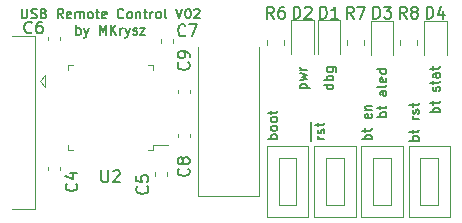
<source format=gto>
G04 #@! TF.GenerationSoftware,KiCad,Pcbnew,(5.1.10)-1*
G04 #@! TF.CreationDate,2022-05-27T15:53:32+02:00*
G04 #@! TF.ProjectId,USB_RemoteControl_schematic,5553425f-5265-46d6-9f74-65436f6e7472,1*
G04 #@! TF.SameCoordinates,Original*
G04 #@! TF.FileFunction,Legend,Top*
G04 #@! TF.FilePolarity,Positive*
%FSLAX46Y46*%
G04 Gerber Fmt 4.6, Leading zero omitted, Abs format (unit mm)*
G04 Created by KiCad (PCBNEW (5.1.10)-1) date 2022-05-27 15:53:32*
%MOMM*%
%LPD*%
G01*
G04 APERTURE LIST*
%ADD10C,0.152400*%
%ADD11C,0.120000*%
%ADD12C,0.150000*%
%ADD13C,3.500000*%
%ADD14C,1.524000*%
%ADD15R,1.524000X1.524000*%
%ADD16R,2.000000X4.500000*%
%ADD17R,0.600000X1.500000*%
%ADD18O,1.700000X1.700000*%
%ADD19R,1.700000X1.700000*%
G04 APERTURE END LIST*
D10*
X106471923Y-115369095D02*
X106471923Y-116027076D01*
X106510628Y-116104485D01*
X106549333Y-116143190D01*
X106626742Y-116181895D01*
X106781561Y-116181895D01*
X106858971Y-116143190D01*
X106897676Y-116104485D01*
X106936380Y-116027076D01*
X106936380Y-115369095D01*
X107284723Y-116143190D02*
X107400838Y-116181895D01*
X107594361Y-116181895D01*
X107671771Y-116143190D01*
X107710476Y-116104485D01*
X107749180Y-116027076D01*
X107749180Y-115949666D01*
X107710476Y-115872257D01*
X107671771Y-115833552D01*
X107594361Y-115794847D01*
X107439542Y-115756142D01*
X107362133Y-115717438D01*
X107323428Y-115678733D01*
X107284723Y-115601323D01*
X107284723Y-115523914D01*
X107323428Y-115446504D01*
X107362133Y-115407800D01*
X107439542Y-115369095D01*
X107633066Y-115369095D01*
X107749180Y-115407800D01*
X108368457Y-115756142D02*
X108484571Y-115794847D01*
X108523276Y-115833552D01*
X108561980Y-115910961D01*
X108561980Y-116027076D01*
X108523276Y-116104485D01*
X108484571Y-116143190D01*
X108407161Y-116181895D01*
X108097523Y-116181895D01*
X108097523Y-115369095D01*
X108368457Y-115369095D01*
X108445866Y-115407800D01*
X108484571Y-115446504D01*
X108523276Y-115523914D01*
X108523276Y-115601323D01*
X108484571Y-115678733D01*
X108445866Y-115717438D01*
X108368457Y-115756142D01*
X108097523Y-115756142D01*
X109994057Y-116181895D02*
X109723123Y-115794847D01*
X109529600Y-116181895D02*
X109529600Y-115369095D01*
X109839238Y-115369095D01*
X109916647Y-115407800D01*
X109955352Y-115446504D01*
X109994057Y-115523914D01*
X109994057Y-115640028D01*
X109955352Y-115717438D01*
X109916647Y-115756142D01*
X109839238Y-115794847D01*
X109529600Y-115794847D01*
X110652038Y-116143190D02*
X110574628Y-116181895D01*
X110419809Y-116181895D01*
X110342400Y-116143190D01*
X110303695Y-116065780D01*
X110303695Y-115756142D01*
X110342400Y-115678733D01*
X110419809Y-115640028D01*
X110574628Y-115640028D01*
X110652038Y-115678733D01*
X110690742Y-115756142D01*
X110690742Y-115833552D01*
X110303695Y-115910961D01*
X111039085Y-116181895D02*
X111039085Y-115640028D01*
X111039085Y-115717438D02*
X111077790Y-115678733D01*
X111155200Y-115640028D01*
X111271314Y-115640028D01*
X111348723Y-115678733D01*
X111387428Y-115756142D01*
X111387428Y-116181895D01*
X111387428Y-115756142D02*
X111426133Y-115678733D01*
X111503542Y-115640028D01*
X111619657Y-115640028D01*
X111697066Y-115678733D01*
X111735771Y-115756142D01*
X111735771Y-116181895D01*
X112238933Y-116181895D02*
X112161523Y-116143190D01*
X112122819Y-116104485D01*
X112084114Y-116027076D01*
X112084114Y-115794847D01*
X112122819Y-115717438D01*
X112161523Y-115678733D01*
X112238933Y-115640028D01*
X112355047Y-115640028D01*
X112432457Y-115678733D01*
X112471161Y-115717438D01*
X112509866Y-115794847D01*
X112509866Y-116027076D01*
X112471161Y-116104485D01*
X112432457Y-116143190D01*
X112355047Y-116181895D01*
X112238933Y-116181895D01*
X112742095Y-115640028D02*
X113051733Y-115640028D01*
X112858209Y-115369095D02*
X112858209Y-116065780D01*
X112896914Y-116143190D01*
X112974323Y-116181895D01*
X113051733Y-116181895D01*
X113632304Y-116143190D02*
X113554895Y-116181895D01*
X113400076Y-116181895D01*
X113322666Y-116143190D01*
X113283961Y-116065780D01*
X113283961Y-115756142D01*
X113322666Y-115678733D01*
X113400076Y-115640028D01*
X113554895Y-115640028D01*
X113632304Y-115678733D01*
X113671009Y-115756142D01*
X113671009Y-115833552D01*
X113283961Y-115910961D01*
X115103085Y-116104485D02*
X115064380Y-116143190D01*
X114948266Y-116181895D01*
X114870857Y-116181895D01*
X114754742Y-116143190D01*
X114677333Y-116065780D01*
X114638628Y-115988371D01*
X114599923Y-115833552D01*
X114599923Y-115717438D01*
X114638628Y-115562619D01*
X114677333Y-115485209D01*
X114754742Y-115407800D01*
X114870857Y-115369095D01*
X114948266Y-115369095D01*
X115064380Y-115407800D01*
X115103085Y-115446504D01*
X115567542Y-116181895D02*
X115490133Y-116143190D01*
X115451428Y-116104485D01*
X115412723Y-116027076D01*
X115412723Y-115794847D01*
X115451428Y-115717438D01*
X115490133Y-115678733D01*
X115567542Y-115640028D01*
X115683657Y-115640028D01*
X115761066Y-115678733D01*
X115799771Y-115717438D01*
X115838476Y-115794847D01*
X115838476Y-116027076D01*
X115799771Y-116104485D01*
X115761066Y-116143190D01*
X115683657Y-116181895D01*
X115567542Y-116181895D01*
X116186819Y-115640028D02*
X116186819Y-116181895D01*
X116186819Y-115717438D02*
X116225523Y-115678733D01*
X116302933Y-115640028D01*
X116419047Y-115640028D01*
X116496457Y-115678733D01*
X116535161Y-115756142D01*
X116535161Y-116181895D01*
X116806095Y-115640028D02*
X117115733Y-115640028D01*
X116922209Y-115369095D02*
X116922209Y-116065780D01*
X116960914Y-116143190D01*
X117038323Y-116181895D01*
X117115733Y-116181895D01*
X117386666Y-116181895D02*
X117386666Y-115640028D01*
X117386666Y-115794847D02*
X117425371Y-115717438D01*
X117464076Y-115678733D01*
X117541485Y-115640028D01*
X117618895Y-115640028D01*
X118005942Y-116181895D02*
X117928533Y-116143190D01*
X117889828Y-116104485D01*
X117851123Y-116027076D01*
X117851123Y-115794847D01*
X117889828Y-115717438D01*
X117928533Y-115678733D01*
X118005942Y-115640028D01*
X118122057Y-115640028D01*
X118199466Y-115678733D01*
X118238171Y-115717438D01*
X118276876Y-115794847D01*
X118276876Y-116027076D01*
X118238171Y-116104485D01*
X118199466Y-116143190D01*
X118122057Y-116181895D01*
X118005942Y-116181895D01*
X118741333Y-116181895D02*
X118663923Y-116143190D01*
X118625219Y-116065780D01*
X118625219Y-115369095D01*
X119554133Y-115369095D02*
X119825066Y-116181895D01*
X120096000Y-115369095D01*
X120521752Y-115369095D02*
X120599161Y-115369095D01*
X120676571Y-115407800D01*
X120715276Y-115446504D01*
X120753980Y-115523914D01*
X120792685Y-115678733D01*
X120792685Y-115872257D01*
X120753980Y-116027076D01*
X120715276Y-116104485D01*
X120676571Y-116143190D01*
X120599161Y-116181895D01*
X120521752Y-116181895D01*
X120444342Y-116143190D01*
X120405638Y-116104485D01*
X120366933Y-116027076D01*
X120328228Y-115872257D01*
X120328228Y-115678733D01*
X120366933Y-115523914D01*
X120405638Y-115446504D01*
X120444342Y-115407800D01*
X120521752Y-115369095D01*
X121102323Y-115446504D02*
X121141028Y-115407800D01*
X121218438Y-115369095D01*
X121411961Y-115369095D01*
X121489371Y-115407800D01*
X121528076Y-115446504D01*
X121566780Y-115523914D01*
X121566780Y-115601323D01*
X121528076Y-115717438D01*
X121063619Y-116181895D01*
X121566780Y-116181895D01*
X111116495Y-117553495D02*
X111116495Y-116740695D01*
X111116495Y-117050333D02*
X111193904Y-117011628D01*
X111348723Y-117011628D01*
X111426133Y-117050333D01*
X111464838Y-117089038D01*
X111503542Y-117166447D01*
X111503542Y-117398676D01*
X111464838Y-117476085D01*
X111426133Y-117514790D01*
X111348723Y-117553495D01*
X111193904Y-117553495D01*
X111116495Y-117514790D01*
X111774476Y-117011628D02*
X111968000Y-117553495D01*
X112161523Y-117011628D02*
X111968000Y-117553495D01*
X111890590Y-117747019D01*
X111851885Y-117785723D01*
X111774476Y-117824428D01*
X113090438Y-117553495D02*
X113090438Y-116740695D01*
X113361371Y-117321266D01*
X113632304Y-116740695D01*
X113632304Y-117553495D01*
X114019352Y-117553495D02*
X114019352Y-116740695D01*
X114483809Y-117553495D02*
X114135466Y-117089038D01*
X114483809Y-116740695D02*
X114019352Y-117205152D01*
X114832152Y-117553495D02*
X114832152Y-117011628D01*
X114832152Y-117166447D02*
X114870857Y-117089038D01*
X114909561Y-117050333D01*
X114986971Y-117011628D01*
X115064380Y-117011628D01*
X115257904Y-117011628D02*
X115451428Y-117553495D01*
X115644952Y-117011628D02*
X115451428Y-117553495D01*
X115374019Y-117747019D01*
X115335314Y-117785723D01*
X115257904Y-117824428D01*
X115915885Y-117514790D02*
X115993295Y-117553495D01*
X116148114Y-117553495D01*
X116225523Y-117514790D01*
X116264228Y-117437380D01*
X116264228Y-117398676D01*
X116225523Y-117321266D01*
X116148114Y-117282561D01*
X116032000Y-117282561D01*
X115954590Y-117243857D01*
X115915885Y-117166447D01*
X115915885Y-117127742D01*
X115954590Y-117050333D01*
X116032000Y-117011628D01*
X116148114Y-117011628D01*
X116225523Y-117050333D01*
X116535161Y-117011628D02*
X116960914Y-117011628D01*
X116535161Y-117553495D01*
X116960914Y-117553495D01*
X130075828Y-122101504D02*
X130888628Y-122101504D01*
X130114533Y-122101504D02*
X130075828Y-122024095D01*
X130075828Y-121869276D01*
X130114533Y-121791866D01*
X130153238Y-121753161D01*
X130230647Y-121714457D01*
X130462876Y-121714457D01*
X130540285Y-121753161D01*
X130578990Y-121791866D01*
X130617695Y-121869276D01*
X130617695Y-122024095D01*
X130578990Y-122101504D01*
X130075828Y-121443523D02*
X130617695Y-121288704D01*
X130230647Y-121133885D01*
X130617695Y-120979066D01*
X130075828Y-120824247D01*
X130617695Y-120514609D02*
X130075828Y-120514609D01*
X130230647Y-120514609D02*
X130153238Y-120475904D01*
X130114533Y-120437200D01*
X130075828Y-120359790D01*
X130075828Y-120282380D01*
X132867695Y-121811219D02*
X132054895Y-121811219D01*
X132828990Y-121811219D02*
X132867695Y-121888628D01*
X132867695Y-122043447D01*
X132828990Y-122120857D01*
X132790285Y-122159561D01*
X132712876Y-122198266D01*
X132480647Y-122198266D01*
X132403238Y-122159561D01*
X132364533Y-122120857D01*
X132325828Y-122043447D01*
X132325828Y-121888628D01*
X132364533Y-121811219D01*
X132867695Y-121424171D02*
X132054895Y-121424171D01*
X132364533Y-121424171D02*
X132325828Y-121346761D01*
X132325828Y-121191942D01*
X132364533Y-121114533D01*
X132403238Y-121075828D01*
X132480647Y-121037123D01*
X132712876Y-121037123D01*
X132790285Y-121075828D01*
X132828990Y-121114533D01*
X132867695Y-121191942D01*
X132867695Y-121346761D01*
X132828990Y-121424171D01*
X132325828Y-120340438D02*
X132983809Y-120340438D01*
X133061219Y-120379142D01*
X133099923Y-120417847D01*
X133138628Y-120495257D01*
X133138628Y-120611371D01*
X133099923Y-120688780D01*
X132828990Y-120340438D02*
X132867695Y-120417847D01*
X132867695Y-120572666D01*
X132828990Y-120650076D01*
X132790285Y-120688780D01*
X132712876Y-120727485D01*
X132480647Y-120727485D01*
X132403238Y-120688780D01*
X132364533Y-120650076D01*
X132325828Y-120572666D01*
X132325828Y-120417847D01*
X132364533Y-120340438D01*
X137367695Y-124512647D02*
X136554895Y-124512647D01*
X136864533Y-124512647D02*
X136825828Y-124435238D01*
X136825828Y-124280419D01*
X136864533Y-124203009D01*
X136903238Y-124164304D01*
X136980647Y-124125600D01*
X137212876Y-124125600D01*
X137290285Y-124164304D01*
X137328990Y-124203009D01*
X137367695Y-124280419D01*
X137367695Y-124435238D01*
X137328990Y-124512647D01*
X136825828Y-123893371D02*
X136825828Y-123583733D01*
X136554895Y-123777257D02*
X137251580Y-123777257D01*
X137328990Y-123738552D01*
X137367695Y-123661142D01*
X137367695Y-123583733D01*
X137367695Y-122345180D02*
X136941942Y-122345180D01*
X136864533Y-122383885D01*
X136825828Y-122461295D01*
X136825828Y-122616114D01*
X136864533Y-122693523D01*
X137328990Y-122345180D02*
X137367695Y-122422590D01*
X137367695Y-122616114D01*
X137328990Y-122693523D01*
X137251580Y-122732228D01*
X137174171Y-122732228D01*
X137096761Y-122693523D01*
X137058057Y-122616114D01*
X137058057Y-122422590D01*
X137019352Y-122345180D01*
X137367695Y-121842019D02*
X137328990Y-121919428D01*
X137251580Y-121958133D01*
X136554895Y-121958133D01*
X137328990Y-121222742D02*
X137367695Y-121300152D01*
X137367695Y-121454971D01*
X137328990Y-121532380D01*
X137251580Y-121571085D01*
X136941942Y-121571085D01*
X136864533Y-121532380D01*
X136825828Y-121454971D01*
X136825828Y-121300152D01*
X136864533Y-121222742D01*
X136941942Y-121184038D01*
X137019352Y-121184038D01*
X137096761Y-121571085D01*
X137367695Y-120487352D02*
X136554895Y-120487352D01*
X137328990Y-120487352D02*
X137367695Y-120564761D01*
X137367695Y-120719580D01*
X137328990Y-120796990D01*
X137290285Y-120835695D01*
X137212876Y-120874400D01*
X136980647Y-120874400D01*
X136903238Y-120835695D01*
X136864533Y-120796990D01*
X136825828Y-120719580D01*
X136825828Y-120564761D01*
X136864533Y-120487352D01*
X141867695Y-124127180D02*
X141054895Y-124127180D01*
X141364533Y-124127180D02*
X141325828Y-124049771D01*
X141325828Y-123894952D01*
X141364533Y-123817542D01*
X141403238Y-123778838D01*
X141480647Y-123740133D01*
X141712876Y-123740133D01*
X141790285Y-123778838D01*
X141828990Y-123817542D01*
X141867695Y-123894952D01*
X141867695Y-124049771D01*
X141828990Y-124127180D01*
X141325828Y-123507904D02*
X141325828Y-123198266D01*
X141054895Y-123391790D02*
X141751580Y-123391790D01*
X141828990Y-123353085D01*
X141867695Y-123275676D01*
X141867695Y-123198266D01*
X141828990Y-122346761D02*
X141867695Y-122269352D01*
X141867695Y-122114533D01*
X141828990Y-122037123D01*
X141751580Y-121998419D01*
X141712876Y-121998419D01*
X141635466Y-122037123D01*
X141596761Y-122114533D01*
X141596761Y-122230647D01*
X141558057Y-122308057D01*
X141480647Y-122346761D01*
X141441942Y-122346761D01*
X141364533Y-122308057D01*
X141325828Y-122230647D01*
X141325828Y-122114533D01*
X141364533Y-122037123D01*
X141325828Y-121766190D02*
X141325828Y-121456552D01*
X141054895Y-121650076D02*
X141751580Y-121650076D01*
X141828990Y-121611371D01*
X141867695Y-121533961D01*
X141867695Y-121456552D01*
X141867695Y-120837276D02*
X141441942Y-120837276D01*
X141364533Y-120875980D01*
X141325828Y-120953390D01*
X141325828Y-121108209D01*
X141364533Y-121185619D01*
X141828990Y-120837276D02*
X141867695Y-120914685D01*
X141867695Y-121108209D01*
X141828990Y-121185619D01*
X141751580Y-121224323D01*
X141674171Y-121224323D01*
X141596761Y-121185619D01*
X141558057Y-121108209D01*
X141558057Y-120914685D01*
X141519352Y-120837276D01*
X141325828Y-120566342D02*
X141325828Y-120256704D01*
X141054895Y-120450228D02*
X141751580Y-120450228D01*
X141828990Y-120411523D01*
X141867695Y-120334114D01*
X141867695Y-120256704D01*
X140117695Y-126528838D02*
X139304895Y-126528838D01*
X139614533Y-126528838D02*
X139575828Y-126451428D01*
X139575828Y-126296609D01*
X139614533Y-126219200D01*
X139653238Y-126180495D01*
X139730647Y-126141790D01*
X139962876Y-126141790D01*
X140040285Y-126180495D01*
X140078990Y-126219200D01*
X140117695Y-126296609D01*
X140117695Y-126451428D01*
X140078990Y-126528838D01*
X139575828Y-125909561D02*
X139575828Y-125599923D01*
X139304895Y-125793447D02*
X140001580Y-125793447D01*
X140078990Y-125754742D01*
X140117695Y-125677333D01*
X140117695Y-125599923D01*
X140117695Y-124709714D02*
X139575828Y-124709714D01*
X139730647Y-124709714D02*
X139653238Y-124671009D01*
X139614533Y-124632304D01*
X139575828Y-124554895D01*
X139575828Y-124477485D01*
X140078990Y-124245257D02*
X140117695Y-124167847D01*
X140117695Y-124013028D01*
X140078990Y-123935619D01*
X140001580Y-123896914D01*
X139962876Y-123896914D01*
X139885466Y-123935619D01*
X139846761Y-124013028D01*
X139846761Y-124129142D01*
X139808057Y-124206552D01*
X139730647Y-124245257D01*
X139691942Y-124245257D01*
X139614533Y-124206552D01*
X139575828Y-124129142D01*
X139575828Y-124013028D01*
X139614533Y-123935619D01*
X139575828Y-123664685D02*
X139575828Y-123355047D01*
X139304895Y-123548571D02*
X140001580Y-123548571D01*
X140078990Y-123509866D01*
X140117695Y-123432457D01*
X140117695Y-123355047D01*
X136117695Y-126432076D02*
X135304895Y-126432076D01*
X135614533Y-126432076D02*
X135575828Y-126354666D01*
X135575828Y-126199847D01*
X135614533Y-126122438D01*
X135653238Y-126083733D01*
X135730647Y-126045028D01*
X135962876Y-126045028D01*
X136040285Y-126083733D01*
X136078990Y-126122438D01*
X136117695Y-126199847D01*
X136117695Y-126354666D01*
X136078990Y-126432076D01*
X135575828Y-125812800D02*
X135575828Y-125503161D01*
X135304895Y-125696685D02*
X136001580Y-125696685D01*
X136078990Y-125657980D01*
X136117695Y-125580571D01*
X136117695Y-125503161D01*
X136078990Y-124303314D02*
X136117695Y-124380723D01*
X136117695Y-124535542D01*
X136078990Y-124612952D01*
X136001580Y-124651657D01*
X135691942Y-124651657D01*
X135614533Y-124612952D01*
X135575828Y-124535542D01*
X135575828Y-124380723D01*
X135614533Y-124303314D01*
X135691942Y-124264609D01*
X135769352Y-124264609D01*
X135846761Y-124651657D01*
X135575828Y-123916266D02*
X136117695Y-123916266D01*
X135653238Y-123916266D02*
X135614533Y-123877561D01*
X135575828Y-123800152D01*
X135575828Y-123684038D01*
X135614533Y-123606628D01*
X135691942Y-123567923D01*
X136117695Y-123567923D01*
X130966664Y-126562800D02*
X130966664Y-126059638D01*
X132117695Y-126369276D02*
X131575828Y-126369276D01*
X131730647Y-126369276D02*
X131653238Y-126330571D01*
X131614533Y-126291866D01*
X131575828Y-126214457D01*
X131575828Y-126137047D01*
X130966664Y-126059638D02*
X130966664Y-125401657D01*
X132078990Y-125904819D02*
X132117695Y-125827409D01*
X132117695Y-125672590D01*
X132078990Y-125595180D01*
X132001580Y-125556476D01*
X131962876Y-125556476D01*
X131885466Y-125595180D01*
X131846761Y-125672590D01*
X131846761Y-125788704D01*
X131808057Y-125866114D01*
X131730647Y-125904819D01*
X131691942Y-125904819D01*
X131614533Y-125866114D01*
X131575828Y-125788704D01*
X131575828Y-125672590D01*
X131614533Y-125595180D01*
X130966664Y-125401657D02*
X130966664Y-124937200D01*
X131575828Y-125324247D02*
X131575828Y-125014609D01*
X131304895Y-125208133D02*
X132001580Y-125208133D01*
X132078990Y-125169428D01*
X132117695Y-125092019D01*
X132117695Y-125014609D01*
X128117695Y-126391790D02*
X127304895Y-126391790D01*
X127614533Y-126391790D02*
X127575828Y-126314380D01*
X127575828Y-126159561D01*
X127614533Y-126082152D01*
X127653238Y-126043447D01*
X127730647Y-126004742D01*
X127962876Y-126004742D01*
X128040285Y-126043447D01*
X128078990Y-126082152D01*
X128117695Y-126159561D01*
X128117695Y-126314380D01*
X128078990Y-126391790D01*
X128117695Y-125540285D02*
X128078990Y-125617695D01*
X128040285Y-125656400D01*
X127962876Y-125695104D01*
X127730647Y-125695104D01*
X127653238Y-125656400D01*
X127614533Y-125617695D01*
X127575828Y-125540285D01*
X127575828Y-125424171D01*
X127614533Y-125346761D01*
X127653238Y-125308057D01*
X127730647Y-125269352D01*
X127962876Y-125269352D01*
X128040285Y-125308057D01*
X128078990Y-125346761D01*
X128117695Y-125424171D01*
X128117695Y-125540285D01*
X128117695Y-124804895D02*
X128078990Y-124882304D01*
X128040285Y-124921009D01*
X127962876Y-124959714D01*
X127730647Y-124959714D01*
X127653238Y-124921009D01*
X127614533Y-124882304D01*
X127575828Y-124804895D01*
X127575828Y-124688780D01*
X127614533Y-124611371D01*
X127653238Y-124572666D01*
X127730647Y-124533961D01*
X127962876Y-124533961D01*
X128040285Y-124572666D01*
X128078990Y-124611371D01*
X128117695Y-124688780D01*
X128117695Y-124804895D01*
X127575828Y-124301733D02*
X127575828Y-123992095D01*
X127304895Y-124185619D02*
X128001580Y-124185619D01*
X128078990Y-124146914D01*
X128117695Y-124069504D01*
X128117695Y-123992095D01*
D11*
X108500000Y-122000000D02*
X108500000Y-121000000D01*
X107620000Y-117640000D02*
X107620000Y-132360000D01*
X107620000Y-117640000D02*
X105640000Y-117640000D01*
X105640000Y-132360000D02*
X107620000Y-132360000D01*
X108500000Y-121000000D02*
X108000000Y-121500000D01*
X108000000Y-121500000D02*
X108500000Y-122000000D01*
X140540000Y-116415000D02*
X140540000Y-119275000D01*
X142460000Y-116415000D02*
X140540000Y-116415000D01*
X142460000Y-119275000D02*
X142460000Y-116415000D01*
X136040000Y-116415000D02*
X136040000Y-119275000D01*
X137960000Y-116415000D02*
X136040000Y-116415000D01*
X137960000Y-119275000D02*
X137960000Y-116415000D01*
X129290000Y-116365000D02*
X129290000Y-119225000D01*
X131210000Y-116365000D02*
X129290000Y-116365000D01*
X131210000Y-119225000D02*
X131210000Y-116365000D01*
X131540000Y-116365000D02*
X131540000Y-119225000D01*
X133460000Y-116365000D02*
X131540000Y-116365000D01*
X133460000Y-119225000D02*
X133460000Y-116365000D01*
X119260000Y-118258768D02*
X119260000Y-117966234D01*
X118240000Y-118258768D02*
X118240000Y-117966234D01*
X109760000Y-118033766D02*
X109760000Y-117741232D01*
X108740000Y-118033766D02*
X108740000Y-117741232D01*
X117740000Y-129216234D02*
X117740000Y-129508768D01*
X118760000Y-129216234D02*
X118760000Y-129508768D01*
X108740000Y-128741232D02*
X108740000Y-129033766D01*
X109760000Y-128741232D02*
X109760000Y-129033766D01*
X126550000Y-131200000D02*
X126550000Y-118600000D01*
X121450000Y-131200000D02*
X126550000Y-131200000D01*
X121450000Y-118600000D02*
X121450000Y-131200000D01*
X117610000Y-126910000D02*
X118900000Y-126910000D01*
X117610000Y-127360000D02*
X117610000Y-126910000D01*
X117160000Y-127360000D02*
X117610000Y-127360000D01*
X110390000Y-127360000D02*
X110390000Y-126910000D01*
X110840000Y-127360000D02*
X110390000Y-127360000D01*
X117610000Y-120140000D02*
X117610000Y-120590000D01*
X117160000Y-120140000D02*
X117610000Y-120140000D01*
X110390000Y-120140000D02*
X110390000Y-120590000D01*
X110840000Y-120140000D02*
X110390000Y-120140000D01*
X139250000Y-127000000D02*
X139250000Y-133000000D01*
X139250000Y-133000000D02*
X142750000Y-133000000D01*
X142750000Y-133000000D02*
X142750000Y-127000000D01*
X142750000Y-127000000D02*
X139250000Y-127000000D01*
X140250000Y-128000000D02*
X140250000Y-132000000D01*
X140250000Y-132000000D02*
X141750000Y-132000000D01*
X141750000Y-132000000D02*
X141750000Y-128000000D01*
X141750000Y-128000000D02*
X140250000Y-128000000D01*
X135250000Y-127000000D02*
X135250000Y-133000000D01*
X135250000Y-133000000D02*
X138750000Y-133000000D01*
X138750000Y-133000000D02*
X138750000Y-127000000D01*
X138750000Y-127000000D02*
X135250000Y-127000000D01*
X136250000Y-128000000D02*
X136250000Y-132000000D01*
X136250000Y-132000000D02*
X137750000Y-132000000D01*
X137750000Y-132000000D02*
X137750000Y-128000000D01*
X137750000Y-128000000D02*
X136250000Y-128000000D01*
X130750000Y-133000000D02*
X130750000Y-127000000D01*
X130750000Y-127000000D02*
X127250000Y-127000000D01*
X127250000Y-127000000D02*
X127250000Y-133000000D01*
X127250000Y-133000000D02*
X130750000Y-133000000D01*
X129750000Y-132000000D02*
X129750000Y-128000000D01*
X129750000Y-128000000D02*
X128250000Y-128000000D01*
X128250000Y-128000000D02*
X128250000Y-132000000D01*
X128250000Y-132000000D02*
X129750000Y-132000000D01*
X131250000Y-127000000D02*
X131250000Y-133000000D01*
X131250000Y-133000000D02*
X134750000Y-133000000D01*
X134750000Y-133000000D02*
X134750000Y-127000000D01*
X134750000Y-127000000D02*
X131250000Y-127000000D01*
X132250000Y-128000000D02*
X132250000Y-132000000D01*
X132250000Y-132000000D02*
X133750000Y-132000000D01*
X133750000Y-132000000D02*
X133750000Y-128000000D01*
X133750000Y-128000000D02*
X132250000Y-128000000D01*
X138515000Y-118022936D02*
X138515000Y-118477064D01*
X139985000Y-118022936D02*
X139985000Y-118477064D01*
X134015000Y-118022936D02*
X134015000Y-118477064D01*
X135485000Y-118022936D02*
X135485000Y-118477064D01*
X127265000Y-118022936D02*
X127265000Y-118477064D01*
X128735000Y-118022936D02*
X128735000Y-118477064D01*
X120760000Y-122508768D02*
X120760000Y-122216234D01*
X119740000Y-122508768D02*
X119740000Y-122216234D01*
X119740000Y-125966233D02*
X119740000Y-126258767D01*
X120760000Y-125966233D02*
X120760000Y-126258767D01*
D12*
X140761904Y-116202380D02*
X140761904Y-115202380D01*
X141000000Y-115202380D01*
X141142857Y-115250000D01*
X141238095Y-115345238D01*
X141285714Y-115440476D01*
X141333333Y-115630952D01*
X141333333Y-115773809D01*
X141285714Y-115964285D01*
X141238095Y-116059523D01*
X141142857Y-116154761D01*
X141000000Y-116202380D01*
X140761904Y-116202380D01*
X142190476Y-115535714D02*
X142190476Y-116202380D01*
X141952380Y-115154761D02*
X141714285Y-115869047D01*
X142333333Y-115869047D01*
X136261904Y-116202381D02*
X136261904Y-115202381D01*
X136500000Y-115202381D01*
X136642857Y-115250001D01*
X136738095Y-115345239D01*
X136785714Y-115440477D01*
X136833333Y-115630953D01*
X136833333Y-115773810D01*
X136785714Y-115964286D01*
X136738095Y-116059524D01*
X136642857Y-116154762D01*
X136500000Y-116202381D01*
X136261904Y-116202381D01*
X137166666Y-115202381D02*
X137785714Y-115202381D01*
X137452380Y-115583334D01*
X137595238Y-115583334D01*
X137690476Y-115630953D01*
X137738095Y-115678572D01*
X137785714Y-115773810D01*
X137785714Y-116011905D01*
X137738095Y-116107143D01*
X137690476Y-116154762D01*
X137595238Y-116202381D01*
X137309523Y-116202381D01*
X137214285Y-116154762D01*
X137166666Y-116107143D01*
X129511904Y-116202379D02*
X129511904Y-115202379D01*
X129750000Y-115202379D01*
X129892857Y-115249999D01*
X129988095Y-115345237D01*
X130035714Y-115440475D01*
X130083333Y-115630951D01*
X130083333Y-115773808D01*
X130035714Y-115964284D01*
X129988095Y-116059522D01*
X129892857Y-116154760D01*
X129750000Y-116202379D01*
X129511904Y-116202379D01*
X130464285Y-115297618D02*
X130511904Y-115249999D01*
X130607142Y-115202379D01*
X130845238Y-115202379D01*
X130940476Y-115249999D01*
X130988095Y-115297618D01*
X131035714Y-115392856D01*
X131035714Y-115488094D01*
X130988095Y-115630951D01*
X130416666Y-116202379D01*
X131035714Y-116202379D01*
X131761904Y-116202379D02*
X131761904Y-115202379D01*
X132000000Y-115202379D01*
X132142857Y-115249999D01*
X132238095Y-115345237D01*
X132285714Y-115440475D01*
X132333333Y-115630951D01*
X132333333Y-115773808D01*
X132285714Y-115964284D01*
X132238095Y-116059522D01*
X132142857Y-116154760D01*
X132000000Y-116202379D01*
X131761904Y-116202379D01*
X133285714Y-116202379D02*
X132714285Y-116202379D01*
X133000000Y-116202379D02*
X133000000Y-115202379D01*
X132904761Y-115345237D01*
X132809523Y-115440475D01*
X132714285Y-115488094D01*
X120333333Y-117607142D02*
X120285714Y-117654761D01*
X120142857Y-117702380D01*
X120047619Y-117702380D01*
X119904761Y-117654761D01*
X119809523Y-117559523D01*
X119761904Y-117464285D01*
X119714285Y-117273809D01*
X119714285Y-117130952D01*
X119761904Y-116940476D01*
X119809523Y-116845238D01*
X119904761Y-116750000D01*
X120047619Y-116702380D01*
X120142857Y-116702380D01*
X120285714Y-116750000D01*
X120333333Y-116797619D01*
X120666666Y-116702380D02*
X121333333Y-116702380D01*
X120904761Y-117702380D01*
X107333333Y-117357142D02*
X107285714Y-117404761D01*
X107142857Y-117452380D01*
X107047619Y-117452380D01*
X106904761Y-117404761D01*
X106809523Y-117309523D01*
X106761904Y-117214285D01*
X106714285Y-117023809D01*
X106714285Y-116880952D01*
X106761904Y-116690476D01*
X106809523Y-116595238D01*
X106904761Y-116500000D01*
X107047619Y-116452380D01*
X107142857Y-116452380D01*
X107285714Y-116500000D01*
X107333333Y-116547619D01*
X108190476Y-116452380D02*
X108000000Y-116452380D01*
X107904761Y-116500000D01*
X107857142Y-116547619D01*
X107761904Y-116690476D01*
X107714285Y-116880952D01*
X107714285Y-117261904D01*
X107761904Y-117357142D01*
X107809523Y-117404761D01*
X107904761Y-117452380D01*
X108095238Y-117452380D01*
X108190476Y-117404761D01*
X108238095Y-117357142D01*
X108285714Y-117261904D01*
X108285714Y-117023809D01*
X108238095Y-116928571D01*
X108190476Y-116880952D01*
X108095238Y-116833333D01*
X107904761Y-116833333D01*
X107809523Y-116880952D01*
X107761904Y-116928571D01*
X107714285Y-117023809D01*
X117107142Y-130416666D02*
X117154761Y-130464285D01*
X117202380Y-130607142D01*
X117202380Y-130702380D01*
X117154761Y-130845238D01*
X117059523Y-130940476D01*
X116964285Y-130988095D01*
X116773809Y-131035714D01*
X116630952Y-131035714D01*
X116440476Y-130988095D01*
X116345238Y-130940476D01*
X116250000Y-130845238D01*
X116202380Y-130702380D01*
X116202380Y-130607142D01*
X116250000Y-130464285D01*
X116297619Y-130416666D01*
X116202380Y-129511904D02*
X116202380Y-129988095D01*
X116678571Y-130035714D01*
X116630952Y-129988095D01*
X116583333Y-129892857D01*
X116583333Y-129654761D01*
X116630952Y-129559523D01*
X116678571Y-129511904D01*
X116773809Y-129464285D01*
X117011904Y-129464285D01*
X117107142Y-129511904D01*
X117154761Y-129559523D01*
X117202380Y-129654761D01*
X117202380Y-129892857D01*
X117154761Y-129988095D01*
X117107142Y-130035714D01*
X111107142Y-130166666D02*
X111154761Y-130214285D01*
X111202380Y-130357142D01*
X111202380Y-130452380D01*
X111154761Y-130595238D01*
X111059523Y-130690476D01*
X110964285Y-130738095D01*
X110773809Y-130785714D01*
X110630952Y-130785714D01*
X110440476Y-130738095D01*
X110345238Y-130690476D01*
X110250000Y-130595238D01*
X110202380Y-130452380D01*
X110202380Y-130357142D01*
X110250000Y-130214285D01*
X110297619Y-130166666D01*
X110535714Y-129309523D02*
X111202380Y-129309523D01*
X110154761Y-129547619D02*
X110869047Y-129785714D01*
X110869047Y-129166666D01*
X113238095Y-129052380D02*
X113238095Y-129861904D01*
X113285714Y-129957142D01*
X113333333Y-130004761D01*
X113428571Y-130052380D01*
X113619047Y-130052380D01*
X113714285Y-130004761D01*
X113761904Y-129957142D01*
X113809523Y-129861904D01*
X113809523Y-129052380D01*
X114238095Y-129147619D02*
X114285714Y-129100000D01*
X114380952Y-129052380D01*
X114619047Y-129052380D01*
X114714285Y-129100000D01*
X114761904Y-129147619D01*
X114809523Y-129242857D01*
X114809523Y-129338095D01*
X114761904Y-129480952D01*
X114190476Y-130052380D01*
X114809523Y-130052380D01*
X139083333Y-116202380D02*
X138750000Y-115726190D01*
X138511904Y-116202380D02*
X138511904Y-115202380D01*
X138892857Y-115202380D01*
X138988095Y-115250000D01*
X139035714Y-115297619D01*
X139083333Y-115392857D01*
X139083333Y-115535714D01*
X139035714Y-115630952D01*
X138988095Y-115678571D01*
X138892857Y-115726190D01*
X138511904Y-115726190D01*
X139654761Y-115630952D02*
X139559523Y-115583333D01*
X139511904Y-115535714D01*
X139464285Y-115440476D01*
X139464285Y-115392857D01*
X139511904Y-115297619D01*
X139559523Y-115250000D01*
X139654761Y-115202380D01*
X139845238Y-115202380D01*
X139940476Y-115250000D01*
X139988095Y-115297619D01*
X140035714Y-115392857D01*
X140035714Y-115440476D01*
X139988095Y-115535714D01*
X139940476Y-115583333D01*
X139845238Y-115630952D01*
X139654761Y-115630952D01*
X139559523Y-115678571D01*
X139511904Y-115726190D01*
X139464285Y-115821428D01*
X139464285Y-116011904D01*
X139511904Y-116107142D01*
X139559523Y-116154761D01*
X139654761Y-116202380D01*
X139845238Y-116202380D01*
X139940476Y-116154761D01*
X139988095Y-116107142D01*
X140035714Y-116011904D01*
X140035714Y-115821428D01*
X139988095Y-115726190D01*
X139940476Y-115678571D01*
X139845238Y-115630952D01*
X134583333Y-116202380D02*
X134250000Y-115726190D01*
X134011904Y-116202380D02*
X134011904Y-115202380D01*
X134392857Y-115202380D01*
X134488095Y-115250000D01*
X134535714Y-115297619D01*
X134583333Y-115392857D01*
X134583333Y-115535714D01*
X134535714Y-115630952D01*
X134488095Y-115678571D01*
X134392857Y-115726190D01*
X134011904Y-115726190D01*
X134916666Y-115202380D02*
X135583333Y-115202380D01*
X135154761Y-116202380D01*
X127833333Y-116202380D02*
X127500000Y-115726190D01*
X127261904Y-116202380D02*
X127261904Y-115202380D01*
X127642857Y-115202380D01*
X127738095Y-115250000D01*
X127785714Y-115297619D01*
X127833333Y-115392857D01*
X127833333Y-115535714D01*
X127785714Y-115630952D01*
X127738095Y-115678571D01*
X127642857Y-115726190D01*
X127261904Y-115726190D01*
X128690476Y-115202380D02*
X128500000Y-115202380D01*
X128404761Y-115250000D01*
X128357142Y-115297619D01*
X128261904Y-115440476D01*
X128214285Y-115630952D01*
X128214285Y-116011904D01*
X128261904Y-116107142D01*
X128309523Y-116154761D01*
X128404761Y-116202380D01*
X128595238Y-116202380D01*
X128690476Y-116154761D01*
X128738095Y-116107142D01*
X128785714Y-116011904D01*
X128785714Y-115773809D01*
X128738095Y-115678571D01*
X128690476Y-115630952D01*
X128595238Y-115583333D01*
X128404761Y-115583333D01*
X128309523Y-115630952D01*
X128261904Y-115678571D01*
X128214285Y-115773809D01*
X120607142Y-119916666D02*
X120654761Y-119964285D01*
X120702380Y-120107142D01*
X120702380Y-120202380D01*
X120654761Y-120345238D01*
X120559523Y-120440476D01*
X120464285Y-120488095D01*
X120273809Y-120535714D01*
X120130952Y-120535714D01*
X119940476Y-120488095D01*
X119845238Y-120440476D01*
X119750000Y-120345238D01*
X119702380Y-120202380D01*
X119702380Y-120107142D01*
X119750000Y-119964285D01*
X119797619Y-119916666D01*
X120702380Y-119440476D02*
X120702380Y-119250000D01*
X120654761Y-119154761D01*
X120607142Y-119107142D01*
X120464285Y-119011904D01*
X120273809Y-118964285D01*
X119892857Y-118964285D01*
X119797619Y-119011904D01*
X119750000Y-119059523D01*
X119702380Y-119154761D01*
X119702380Y-119345238D01*
X119750000Y-119440476D01*
X119797619Y-119488095D01*
X119892857Y-119535714D01*
X120130952Y-119535714D01*
X120226190Y-119488095D01*
X120273809Y-119440476D01*
X120321428Y-119345238D01*
X120321428Y-119154761D01*
X120273809Y-119059523D01*
X120226190Y-119011904D01*
X120130952Y-118964285D01*
X120607142Y-128916665D02*
X120654761Y-128964284D01*
X120702380Y-129107141D01*
X120702380Y-129202379D01*
X120654761Y-129345237D01*
X120559523Y-129440475D01*
X120464285Y-129488094D01*
X120273809Y-129535713D01*
X120130952Y-129535713D01*
X119940476Y-129488094D01*
X119845238Y-129440475D01*
X119750000Y-129345237D01*
X119702380Y-129202379D01*
X119702380Y-129107141D01*
X119750000Y-128964284D01*
X119797619Y-128916665D01*
X120130952Y-128345237D02*
X120083333Y-128440475D01*
X120035714Y-128488094D01*
X119940476Y-128535713D01*
X119892857Y-128535713D01*
X119797619Y-128488094D01*
X119750000Y-128440475D01*
X119702380Y-128345237D01*
X119702380Y-128154760D01*
X119750000Y-128059522D01*
X119797619Y-128011903D01*
X119892857Y-127964284D01*
X119940476Y-127964284D01*
X120035714Y-128011903D01*
X120083333Y-128059522D01*
X120130952Y-128154760D01*
X120130952Y-128345237D01*
X120178571Y-128440475D01*
X120226190Y-128488094D01*
X120321428Y-128535713D01*
X120511904Y-128535713D01*
X120607142Y-128488094D01*
X120654761Y-128440475D01*
X120702380Y-128345237D01*
X120702380Y-128154760D01*
X120654761Y-128059522D01*
X120607142Y-128011903D01*
X120511904Y-127964284D01*
X120321428Y-127964284D01*
X120226190Y-128011903D01*
X120178571Y-128059522D01*
X120130952Y-128154760D01*
%LPC*%
D13*
X103790000Y-118430000D03*
D14*
X106500000Y-124000000D03*
D15*
X106500000Y-128500000D03*
D13*
X103790000Y-131570000D03*
D14*
X106500000Y-126000000D03*
X106500000Y-121500000D03*
G36*
G01*
X141049999Y-118725000D02*
X141950001Y-118725000D01*
G75*
G02*
X142200000Y-118974999I0J-249999D01*
G01*
X142200000Y-119625001D01*
G75*
G02*
X141950001Y-119875000I-249999J0D01*
G01*
X141049999Y-119875000D01*
G75*
G02*
X140800000Y-119625001I0J249999D01*
G01*
X140800000Y-118974999D01*
G75*
G02*
X141049999Y-118725000I249999J0D01*
G01*
G37*
G36*
G01*
X141049999Y-116675000D02*
X141950001Y-116675000D01*
G75*
G02*
X142200000Y-116924999I0J-249999D01*
G01*
X142200000Y-117575001D01*
G75*
G02*
X141950001Y-117825000I-249999J0D01*
G01*
X141049999Y-117825000D01*
G75*
G02*
X140800000Y-117575001I0J249999D01*
G01*
X140800000Y-116924999D01*
G75*
G02*
X141049999Y-116675000I249999J0D01*
G01*
G37*
G36*
G01*
X136549999Y-118725000D02*
X137450001Y-118725000D01*
G75*
G02*
X137700000Y-118974999I0J-249999D01*
G01*
X137700000Y-119625001D01*
G75*
G02*
X137450001Y-119875000I-249999J0D01*
G01*
X136549999Y-119875000D01*
G75*
G02*
X136300000Y-119625001I0J249999D01*
G01*
X136300000Y-118974999D01*
G75*
G02*
X136549999Y-118725000I249999J0D01*
G01*
G37*
G36*
G01*
X136549999Y-116675000D02*
X137450001Y-116675000D01*
G75*
G02*
X137700000Y-116924999I0J-249999D01*
G01*
X137700000Y-117575001D01*
G75*
G02*
X137450001Y-117825000I-249999J0D01*
G01*
X136549999Y-117825000D01*
G75*
G02*
X136300000Y-117575001I0J249999D01*
G01*
X136300000Y-116924999D01*
G75*
G02*
X136549999Y-116675000I249999J0D01*
G01*
G37*
G36*
G01*
X129799999Y-118675000D02*
X130700001Y-118675000D01*
G75*
G02*
X130950000Y-118924999I0J-249999D01*
G01*
X130950000Y-119575001D01*
G75*
G02*
X130700001Y-119825000I-249999J0D01*
G01*
X129799999Y-119825000D01*
G75*
G02*
X129550000Y-119575001I0J249999D01*
G01*
X129550000Y-118924999D01*
G75*
G02*
X129799999Y-118675000I249999J0D01*
G01*
G37*
G36*
G01*
X129799999Y-116625000D02*
X130700001Y-116625000D01*
G75*
G02*
X130950000Y-116874999I0J-249999D01*
G01*
X130950000Y-117525001D01*
G75*
G02*
X130700001Y-117775000I-249999J0D01*
G01*
X129799999Y-117775000D01*
G75*
G02*
X129550000Y-117525001I0J249999D01*
G01*
X129550000Y-116874999D01*
G75*
G02*
X129799999Y-116625000I249999J0D01*
G01*
G37*
G36*
G01*
X132049999Y-118675000D02*
X132950001Y-118675000D01*
G75*
G02*
X133200000Y-118924999I0J-249999D01*
G01*
X133200000Y-119575001D01*
G75*
G02*
X132950001Y-119825000I-249999J0D01*
G01*
X132049999Y-119825000D01*
G75*
G02*
X131800000Y-119575001I0J249999D01*
G01*
X131800000Y-118924999D01*
G75*
G02*
X132049999Y-118675000I249999J0D01*
G01*
G37*
G36*
G01*
X132049999Y-116625000D02*
X132950001Y-116625000D01*
G75*
G02*
X133200000Y-116874999I0J-249999D01*
G01*
X133200000Y-117525001D01*
G75*
G02*
X132950001Y-117775000I-249999J0D01*
G01*
X132049999Y-117775000D01*
G75*
G02*
X131800000Y-117525001I0J249999D01*
G01*
X131800000Y-116874999D01*
G75*
G02*
X132049999Y-116625000I249999J0D01*
G01*
G37*
G36*
G01*
X118987500Y-117787501D02*
X118512500Y-117787501D01*
G75*
G02*
X118275000Y-117550001I0J237500D01*
G01*
X118275000Y-116950001D01*
G75*
G02*
X118512500Y-116712501I237500J0D01*
G01*
X118987500Y-116712501D01*
G75*
G02*
X119225000Y-116950001I0J-237500D01*
G01*
X119225000Y-117550001D01*
G75*
G02*
X118987500Y-117787501I-237500J0D01*
G01*
G37*
G36*
G01*
X118987500Y-119512501D02*
X118512500Y-119512501D01*
G75*
G02*
X118275000Y-119275001I0J237500D01*
G01*
X118275000Y-118675001D01*
G75*
G02*
X118512500Y-118437501I237500J0D01*
G01*
X118987500Y-118437501D01*
G75*
G02*
X119225000Y-118675001I0J-237500D01*
G01*
X119225000Y-119275001D01*
G75*
G02*
X118987500Y-119512501I-237500J0D01*
G01*
G37*
G36*
G01*
X109487500Y-117562499D02*
X109012500Y-117562499D01*
G75*
G02*
X108775000Y-117324999I0J237500D01*
G01*
X108775000Y-116724999D01*
G75*
G02*
X109012500Y-116487499I237500J0D01*
G01*
X109487500Y-116487499D01*
G75*
G02*
X109725000Y-116724999I0J-237500D01*
G01*
X109725000Y-117324999D01*
G75*
G02*
X109487500Y-117562499I-237500J0D01*
G01*
G37*
G36*
G01*
X109487500Y-119287499D02*
X109012500Y-119287499D01*
G75*
G02*
X108775000Y-119049999I0J237500D01*
G01*
X108775000Y-118449999D01*
G75*
G02*
X109012500Y-118212499I237500J0D01*
G01*
X109487500Y-118212499D01*
G75*
G02*
X109725000Y-118449999I0J-237500D01*
G01*
X109725000Y-119049999D01*
G75*
G02*
X109487500Y-119287499I-237500J0D01*
G01*
G37*
G36*
G01*
X118012500Y-129687501D02*
X118487500Y-129687501D01*
G75*
G02*
X118725000Y-129925001I0J-237500D01*
G01*
X118725000Y-130525001D01*
G75*
G02*
X118487500Y-130762501I-237500J0D01*
G01*
X118012500Y-130762501D01*
G75*
G02*
X117775000Y-130525001I0J237500D01*
G01*
X117775000Y-129925001D01*
G75*
G02*
X118012500Y-129687501I237500J0D01*
G01*
G37*
G36*
G01*
X118012500Y-127962501D02*
X118487500Y-127962501D01*
G75*
G02*
X118725000Y-128200001I0J-237500D01*
G01*
X118725000Y-128800001D01*
G75*
G02*
X118487500Y-129037501I-237500J0D01*
G01*
X118012500Y-129037501D01*
G75*
G02*
X117775000Y-128800001I0J237500D01*
G01*
X117775000Y-128200001D01*
G75*
G02*
X118012500Y-127962501I237500J0D01*
G01*
G37*
G36*
G01*
X109012500Y-129212499D02*
X109487500Y-129212499D01*
G75*
G02*
X109725000Y-129449999I0J-237500D01*
G01*
X109725000Y-130049999D01*
G75*
G02*
X109487500Y-130287499I-237500J0D01*
G01*
X109012500Y-130287499D01*
G75*
G02*
X108775000Y-130049999I0J237500D01*
G01*
X108775000Y-129449999D01*
G75*
G02*
X109012500Y-129212499I237500J0D01*
G01*
G37*
G36*
G01*
X109012500Y-127487499D02*
X109487500Y-127487499D01*
G75*
G02*
X109725000Y-127724999I0J-237500D01*
G01*
X109725000Y-128324999D01*
G75*
G02*
X109487500Y-128562499I-237500J0D01*
G01*
X109012500Y-128562499D01*
G75*
G02*
X108775000Y-128324999I0J237500D01*
G01*
X108775000Y-127724999D01*
G75*
G02*
X109012500Y-127487499I237500J0D01*
G01*
G37*
D16*
X124000000Y-120250000D03*
X124000000Y-128750000D03*
G36*
G01*
X116900000Y-127250000D02*
X116900000Y-128575000D01*
G75*
G02*
X116825000Y-128650000I-75000J0D01*
G01*
X116675000Y-128650000D01*
G75*
G02*
X116600000Y-128575000I0J75000D01*
G01*
X116600000Y-127250000D01*
G75*
G02*
X116675000Y-127175000I75000J0D01*
G01*
X116825000Y-127175000D01*
G75*
G02*
X116900000Y-127250000I0J-75000D01*
G01*
G37*
G36*
G01*
X116400000Y-127250000D02*
X116400000Y-128575000D01*
G75*
G02*
X116325000Y-128650000I-75000J0D01*
G01*
X116175000Y-128650000D01*
G75*
G02*
X116100000Y-128575000I0J75000D01*
G01*
X116100000Y-127250000D01*
G75*
G02*
X116175000Y-127175000I75000J0D01*
G01*
X116325000Y-127175000D01*
G75*
G02*
X116400000Y-127250000I0J-75000D01*
G01*
G37*
G36*
G01*
X115900000Y-127250000D02*
X115900000Y-128575000D01*
G75*
G02*
X115825000Y-128650000I-75000J0D01*
G01*
X115675000Y-128650000D01*
G75*
G02*
X115600000Y-128575000I0J75000D01*
G01*
X115600000Y-127250000D01*
G75*
G02*
X115675000Y-127175000I75000J0D01*
G01*
X115825000Y-127175000D01*
G75*
G02*
X115900000Y-127250000I0J-75000D01*
G01*
G37*
G36*
G01*
X115400000Y-127250000D02*
X115400000Y-128575000D01*
G75*
G02*
X115325000Y-128650000I-75000J0D01*
G01*
X115175000Y-128650000D01*
G75*
G02*
X115100000Y-128575000I0J75000D01*
G01*
X115100000Y-127250000D01*
G75*
G02*
X115175000Y-127175000I75000J0D01*
G01*
X115325000Y-127175000D01*
G75*
G02*
X115400000Y-127250000I0J-75000D01*
G01*
G37*
G36*
G01*
X114900000Y-127250000D02*
X114900000Y-128575000D01*
G75*
G02*
X114825000Y-128650000I-75000J0D01*
G01*
X114675000Y-128650000D01*
G75*
G02*
X114600000Y-128575000I0J75000D01*
G01*
X114600000Y-127250000D01*
G75*
G02*
X114675000Y-127175000I75000J0D01*
G01*
X114825000Y-127175000D01*
G75*
G02*
X114900000Y-127250000I0J-75000D01*
G01*
G37*
G36*
G01*
X114400000Y-127250000D02*
X114400000Y-128575000D01*
G75*
G02*
X114325000Y-128650000I-75000J0D01*
G01*
X114175000Y-128650000D01*
G75*
G02*
X114100000Y-128575000I0J75000D01*
G01*
X114100000Y-127250000D01*
G75*
G02*
X114175000Y-127175000I75000J0D01*
G01*
X114325000Y-127175000D01*
G75*
G02*
X114400000Y-127250000I0J-75000D01*
G01*
G37*
G36*
G01*
X113900000Y-127250000D02*
X113900000Y-128575000D01*
G75*
G02*
X113825000Y-128650000I-75000J0D01*
G01*
X113675000Y-128650000D01*
G75*
G02*
X113600000Y-128575000I0J75000D01*
G01*
X113600000Y-127250000D01*
G75*
G02*
X113675000Y-127175000I75000J0D01*
G01*
X113825000Y-127175000D01*
G75*
G02*
X113900000Y-127250000I0J-75000D01*
G01*
G37*
G36*
G01*
X113400000Y-127250000D02*
X113400000Y-128575000D01*
G75*
G02*
X113325000Y-128650000I-75000J0D01*
G01*
X113175000Y-128650000D01*
G75*
G02*
X113100000Y-128575000I0J75000D01*
G01*
X113100000Y-127250000D01*
G75*
G02*
X113175000Y-127175000I75000J0D01*
G01*
X113325000Y-127175000D01*
G75*
G02*
X113400000Y-127250000I0J-75000D01*
G01*
G37*
G36*
G01*
X112900000Y-127250000D02*
X112900000Y-128575000D01*
G75*
G02*
X112825000Y-128650000I-75000J0D01*
G01*
X112675000Y-128650000D01*
G75*
G02*
X112600000Y-128575000I0J75000D01*
G01*
X112600000Y-127250000D01*
G75*
G02*
X112675000Y-127175000I75000J0D01*
G01*
X112825000Y-127175000D01*
G75*
G02*
X112900000Y-127250000I0J-75000D01*
G01*
G37*
G36*
G01*
X112400000Y-127250000D02*
X112400000Y-128575000D01*
G75*
G02*
X112325000Y-128650000I-75000J0D01*
G01*
X112175000Y-128650000D01*
G75*
G02*
X112100000Y-128575000I0J75000D01*
G01*
X112100000Y-127250000D01*
G75*
G02*
X112175000Y-127175000I75000J0D01*
G01*
X112325000Y-127175000D01*
G75*
G02*
X112400000Y-127250000I0J-75000D01*
G01*
G37*
G36*
G01*
X111900000Y-127250000D02*
X111900000Y-128575000D01*
G75*
G02*
X111825000Y-128650000I-75000J0D01*
G01*
X111675000Y-128650000D01*
G75*
G02*
X111600000Y-128575000I0J75000D01*
G01*
X111600000Y-127250000D01*
G75*
G02*
X111675000Y-127175000I75000J0D01*
G01*
X111825000Y-127175000D01*
G75*
G02*
X111900000Y-127250000I0J-75000D01*
G01*
G37*
G36*
G01*
X111400000Y-127250000D02*
X111400000Y-128575000D01*
G75*
G02*
X111325000Y-128650000I-75000J0D01*
G01*
X111175000Y-128650000D01*
G75*
G02*
X111100000Y-128575000I0J75000D01*
G01*
X111100000Y-127250000D01*
G75*
G02*
X111175000Y-127175000I75000J0D01*
G01*
X111325000Y-127175000D01*
G75*
G02*
X111400000Y-127250000I0J-75000D01*
G01*
G37*
G36*
G01*
X110575000Y-126425000D02*
X110575000Y-126575000D01*
G75*
G02*
X110500000Y-126650000I-75000J0D01*
G01*
X109175000Y-126650000D01*
G75*
G02*
X109100000Y-126575000I0J75000D01*
G01*
X109100000Y-126425000D01*
G75*
G02*
X109175000Y-126350000I75000J0D01*
G01*
X110500000Y-126350000D01*
G75*
G02*
X110575000Y-126425000I0J-75000D01*
G01*
G37*
G36*
G01*
X110575000Y-125925000D02*
X110575000Y-126075000D01*
G75*
G02*
X110500000Y-126150000I-75000J0D01*
G01*
X109175000Y-126150000D01*
G75*
G02*
X109100000Y-126075000I0J75000D01*
G01*
X109100000Y-125925000D01*
G75*
G02*
X109175000Y-125850000I75000J0D01*
G01*
X110500000Y-125850000D01*
G75*
G02*
X110575000Y-125925000I0J-75000D01*
G01*
G37*
G36*
G01*
X110575000Y-125425000D02*
X110575000Y-125575000D01*
G75*
G02*
X110500000Y-125650000I-75000J0D01*
G01*
X109175000Y-125650000D01*
G75*
G02*
X109100000Y-125575000I0J75000D01*
G01*
X109100000Y-125425000D01*
G75*
G02*
X109175000Y-125350000I75000J0D01*
G01*
X110500000Y-125350000D01*
G75*
G02*
X110575000Y-125425000I0J-75000D01*
G01*
G37*
G36*
G01*
X110575000Y-124925000D02*
X110575000Y-125075000D01*
G75*
G02*
X110500000Y-125150000I-75000J0D01*
G01*
X109175000Y-125150000D01*
G75*
G02*
X109100000Y-125075000I0J75000D01*
G01*
X109100000Y-124925000D01*
G75*
G02*
X109175000Y-124850000I75000J0D01*
G01*
X110500000Y-124850000D01*
G75*
G02*
X110575000Y-124925000I0J-75000D01*
G01*
G37*
G36*
G01*
X110575000Y-124425000D02*
X110575000Y-124575000D01*
G75*
G02*
X110500000Y-124650000I-75000J0D01*
G01*
X109175000Y-124650000D01*
G75*
G02*
X109100000Y-124575000I0J75000D01*
G01*
X109100000Y-124425000D01*
G75*
G02*
X109175000Y-124350000I75000J0D01*
G01*
X110500000Y-124350000D01*
G75*
G02*
X110575000Y-124425000I0J-75000D01*
G01*
G37*
G36*
G01*
X110575000Y-123925000D02*
X110575000Y-124075000D01*
G75*
G02*
X110500000Y-124150000I-75000J0D01*
G01*
X109175000Y-124150000D01*
G75*
G02*
X109100000Y-124075000I0J75000D01*
G01*
X109100000Y-123925000D01*
G75*
G02*
X109175000Y-123850000I75000J0D01*
G01*
X110500000Y-123850000D01*
G75*
G02*
X110575000Y-123925000I0J-75000D01*
G01*
G37*
G36*
G01*
X110575000Y-123425000D02*
X110575000Y-123575000D01*
G75*
G02*
X110500000Y-123650000I-75000J0D01*
G01*
X109175000Y-123650000D01*
G75*
G02*
X109100000Y-123575000I0J75000D01*
G01*
X109100000Y-123425000D01*
G75*
G02*
X109175000Y-123350000I75000J0D01*
G01*
X110500000Y-123350000D01*
G75*
G02*
X110575000Y-123425000I0J-75000D01*
G01*
G37*
G36*
G01*
X110575000Y-122925000D02*
X110575000Y-123075000D01*
G75*
G02*
X110500000Y-123150000I-75000J0D01*
G01*
X109175000Y-123150000D01*
G75*
G02*
X109100000Y-123075000I0J75000D01*
G01*
X109100000Y-122925000D01*
G75*
G02*
X109175000Y-122850000I75000J0D01*
G01*
X110500000Y-122850000D01*
G75*
G02*
X110575000Y-122925000I0J-75000D01*
G01*
G37*
G36*
G01*
X110575000Y-122425000D02*
X110575000Y-122575000D01*
G75*
G02*
X110500000Y-122650000I-75000J0D01*
G01*
X109175000Y-122650000D01*
G75*
G02*
X109100000Y-122575000I0J75000D01*
G01*
X109100000Y-122425000D01*
G75*
G02*
X109175000Y-122350000I75000J0D01*
G01*
X110500000Y-122350000D01*
G75*
G02*
X110575000Y-122425000I0J-75000D01*
G01*
G37*
G36*
G01*
X110575000Y-121925000D02*
X110575000Y-122075000D01*
G75*
G02*
X110500000Y-122150000I-75000J0D01*
G01*
X109175000Y-122150000D01*
G75*
G02*
X109100000Y-122075000I0J75000D01*
G01*
X109100000Y-121925000D01*
G75*
G02*
X109175000Y-121850000I75000J0D01*
G01*
X110500000Y-121850000D01*
G75*
G02*
X110575000Y-121925000I0J-75000D01*
G01*
G37*
G36*
G01*
X110575000Y-121425000D02*
X110575000Y-121575000D01*
G75*
G02*
X110500000Y-121650000I-75000J0D01*
G01*
X109175000Y-121650000D01*
G75*
G02*
X109100000Y-121575000I0J75000D01*
G01*
X109100000Y-121425000D01*
G75*
G02*
X109175000Y-121350000I75000J0D01*
G01*
X110500000Y-121350000D01*
G75*
G02*
X110575000Y-121425000I0J-75000D01*
G01*
G37*
G36*
G01*
X110575000Y-120925000D02*
X110575000Y-121075000D01*
G75*
G02*
X110500000Y-121150000I-75000J0D01*
G01*
X109175000Y-121150000D01*
G75*
G02*
X109100000Y-121075000I0J75000D01*
G01*
X109100000Y-120925000D01*
G75*
G02*
X109175000Y-120850000I75000J0D01*
G01*
X110500000Y-120850000D01*
G75*
G02*
X110575000Y-120925000I0J-75000D01*
G01*
G37*
G36*
G01*
X111400000Y-118925000D02*
X111400000Y-120250000D01*
G75*
G02*
X111325000Y-120325000I-75000J0D01*
G01*
X111175000Y-120325000D01*
G75*
G02*
X111100000Y-120250000I0J75000D01*
G01*
X111100000Y-118925000D01*
G75*
G02*
X111175000Y-118850000I75000J0D01*
G01*
X111325000Y-118850000D01*
G75*
G02*
X111400000Y-118925000I0J-75000D01*
G01*
G37*
G36*
G01*
X111900000Y-118925000D02*
X111900000Y-120250000D01*
G75*
G02*
X111825000Y-120325000I-75000J0D01*
G01*
X111675000Y-120325000D01*
G75*
G02*
X111600000Y-120250000I0J75000D01*
G01*
X111600000Y-118925000D01*
G75*
G02*
X111675000Y-118850000I75000J0D01*
G01*
X111825000Y-118850000D01*
G75*
G02*
X111900000Y-118925000I0J-75000D01*
G01*
G37*
G36*
G01*
X112400000Y-118925000D02*
X112400000Y-120250000D01*
G75*
G02*
X112325000Y-120325000I-75000J0D01*
G01*
X112175000Y-120325000D01*
G75*
G02*
X112100000Y-120250000I0J75000D01*
G01*
X112100000Y-118925000D01*
G75*
G02*
X112175000Y-118850000I75000J0D01*
G01*
X112325000Y-118850000D01*
G75*
G02*
X112400000Y-118925000I0J-75000D01*
G01*
G37*
G36*
G01*
X112900000Y-118925000D02*
X112900000Y-120250000D01*
G75*
G02*
X112825000Y-120325000I-75000J0D01*
G01*
X112675000Y-120325000D01*
G75*
G02*
X112600000Y-120250000I0J75000D01*
G01*
X112600000Y-118925000D01*
G75*
G02*
X112675000Y-118850000I75000J0D01*
G01*
X112825000Y-118850000D01*
G75*
G02*
X112900000Y-118925000I0J-75000D01*
G01*
G37*
G36*
G01*
X113400000Y-118925000D02*
X113400000Y-120250000D01*
G75*
G02*
X113325000Y-120325000I-75000J0D01*
G01*
X113175000Y-120325000D01*
G75*
G02*
X113100000Y-120250000I0J75000D01*
G01*
X113100000Y-118925000D01*
G75*
G02*
X113175000Y-118850000I75000J0D01*
G01*
X113325000Y-118850000D01*
G75*
G02*
X113400000Y-118925000I0J-75000D01*
G01*
G37*
G36*
G01*
X113900000Y-118925000D02*
X113900000Y-120250000D01*
G75*
G02*
X113825000Y-120325000I-75000J0D01*
G01*
X113675000Y-120325000D01*
G75*
G02*
X113600000Y-120250000I0J75000D01*
G01*
X113600000Y-118925000D01*
G75*
G02*
X113675000Y-118850000I75000J0D01*
G01*
X113825000Y-118850000D01*
G75*
G02*
X113900000Y-118925000I0J-75000D01*
G01*
G37*
G36*
G01*
X114400000Y-118925000D02*
X114400000Y-120250000D01*
G75*
G02*
X114325000Y-120325000I-75000J0D01*
G01*
X114175000Y-120325000D01*
G75*
G02*
X114100000Y-120250000I0J75000D01*
G01*
X114100000Y-118925000D01*
G75*
G02*
X114175000Y-118850000I75000J0D01*
G01*
X114325000Y-118850000D01*
G75*
G02*
X114400000Y-118925000I0J-75000D01*
G01*
G37*
G36*
G01*
X114900000Y-118925000D02*
X114900000Y-120250000D01*
G75*
G02*
X114825000Y-120325000I-75000J0D01*
G01*
X114675000Y-120325000D01*
G75*
G02*
X114600000Y-120250000I0J75000D01*
G01*
X114600000Y-118925000D01*
G75*
G02*
X114675000Y-118850000I75000J0D01*
G01*
X114825000Y-118850000D01*
G75*
G02*
X114900000Y-118925000I0J-75000D01*
G01*
G37*
G36*
G01*
X115400000Y-118925000D02*
X115400000Y-120250000D01*
G75*
G02*
X115325000Y-120325000I-75000J0D01*
G01*
X115175000Y-120325000D01*
G75*
G02*
X115100000Y-120250000I0J75000D01*
G01*
X115100000Y-118925000D01*
G75*
G02*
X115175000Y-118850000I75000J0D01*
G01*
X115325000Y-118850000D01*
G75*
G02*
X115400000Y-118925000I0J-75000D01*
G01*
G37*
G36*
G01*
X115900000Y-118925000D02*
X115900000Y-120250000D01*
G75*
G02*
X115825000Y-120325000I-75000J0D01*
G01*
X115675000Y-120325000D01*
G75*
G02*
X115600000Y-120250000I0J75000D01*
G01*
X115600000Y-118925000D01*
G75*
G02*
X115675000Y-118850000I75000J0D01*
G01*
X115825000Y-118850000D01*
G75*
G02*
X115900000Y-118925000I0J-75000D01*
G01*
G37*
G36*
G01*
X116400000Y-118925000D02*
X116400000Y-120250000D01*
G75*
G02*
X116325000Y-120325000I-75000J0D01*
G01*
X116175000Y-120325000D01*
G75*
G02*
X116100000Y-120250000I0J75000D01*
G01*
X116100000Y-118925000D01*
G75*
G02*
X116175000Y-118850000I75000J0D01*
G01*
X116325000Y-118850000D01*
G75*
G02*
X116400000Y-118925000I0J-75000D01*
G01*
G37*
G36*
G01*
X116900000Y-118925000D02*
X116900000Y-120250000D01*
G75*
G02*
X116825000Y-120325000I-75000J0D01*
G01*
X116675000Y-120325000D01*
G75*
G02*
X116600000Y-120250000I0J75000D01*
G01*
X116600000Y-118925000D01*
G75*
G02*
X116675000Y-118850000I75000J0D01*
G01*
X116825000Y-118850000D01*
G75*
G02*
X116900000Y-118925000I0J-75000D01*
G01*
G37*
G36*
G01*
X118900000Y-120925000D02*
X118900000Y-121075000D01*
G75*
G02*
X118825000Y-121150000I-75000J0D01*
G01*
X117500000Y-121150000D01*
G75*
G02*
X117425000Y-121075000I0J75000D01*
G01*
X117425000Y-120925000D01*
G75*
G02*
X117500000Y-120850000I75000J0D01*
G01*
X118825000Y-120850000D01*
G75*
G02*
X118900000Y-120925000I0J-75000D01*
G01*
G37*
G36*
G01*
X118900000Y-121425000D02*
X118900000Y-121575000D01*
G75*
G02*
X118825000Y-121650000I-75000J0D01*
G01*
X117500000Y-121650000D01*
G75*
G02*
X117425000Y-121575000I0J75000D01*
G01*
X117425000Y-121425000D01*
G75*
G02*
X117500000Y-121350000I75000J0D01*
G01*
X118825000Y-121350000D01*
G75*
G02*
X118900000Y-121425000I0J-75000D01*
G01*
G37*
G36*
G01*
X118900000Y-121925000D02*
X118900000Y-122075000D01*
G75*
G02*
X118825000Y-122150000I-75000J0D01*
G01*
X117500000Y-122150000D01*
G75*
G02*
X117425000Y-122075000I0J75000D01*
G01*
X117425000Y-121925000D01*
G75*
G02*
X117500000Y-121850000I75000J0D01*
G01*
X118825000Y-121850000D01*
G75*
G02*
X118900000Y-121925000I0J-75000D01*
G01*
G37*
G36*
G01*
X118900000Y-122425000D02*
X118900000Y-122575000D01*
G75*
G02*
X118825000Y-122650000I-75000J0D01*
G01*
X117500000Y-122650000D01*
G75*
G02*
X117425000Y-122575000I0J75000D01*
G01*
X117425000Y-122425000D01*
G75*
G02*
X117500000Y-122350000I75000J0D01*
G01*
X118825000Y-122350000D01*
G75*
G02*
X118900000Y-122425000I0J-75000D01*
G01*
G37*
G36*
G01*
X118900000Y-122925000D02*
X118900000Y-123075000D01*
G75*
G02*
X118825000Y-123150000I-75000J0D01*
G01*
X117500000Y-123150000D01*
G75*
G02*
X117425000Y-123075000I0J75000D01*
G01*
X117425000Y-122925000D01*
G75*
G02*
X117500000Y-122850000I75000J0D01*
G01*
X118825000Y-122850000D01*
G75*
G02*
X118900000Y-122925000I0J-75000D01*
G01*
G37*
G36*
G01*
X118900000Y-123425000D02*
X118900000Y-123575000D01*
G75*
G02*
X118825000Y-123650000I-75000J0D01*
G01*
X117500000Y-123650000D01*
G75*
G02*
X117425000Y-123575000I0J75000D01*
G01*
X117425000Y-123425000D01*
G75*
G02*
X117500000Y-123350000I75000J0D01*
G01*
X118825000Y-123350000D01*
G75*
G02*
X118900000Y-123425000I0J-75000D01*
G01*
G37*
G36*
G01*
X118900000Y-123925000D02*
X118900000Y-124075000D01*
G75*
G02*
X118825000Y-124150000I-75000J0D01*
G01*
X117500000Y-124150000D01*
G75*
G02*
X117425000Y-124075000I0J75000D01*
G01*
X117425000Y-123925000D01*
G75*
G02*
X117500000Y-123850000I75000J0D01*
G01*
X118825000Y-123850000D01*
G75*
G02*
X118900000Y-123925000I0J-75000D01*
G01*
G37*
G36*
G01*
X118900000Y-124425000D02*
X118900000Y-124575000D01*
G75*
G02*
X118825000Y-124650000I-75000J0D01*
G01*
X117500000Y-124650000D01*
G75*
G02*
X117425000Y-124575000I0J75000D01*
G01*
X117425000Y-124425000D01*
G75*
G02*
X117500000Y-124350000I75000J0D01*
G01*
X118825000Y-124350000D01*
G75*
G02*
X118900000Y-124425000I0J-75000D01*
G01*
G37*
G36*
G01*
X118900000Y-124925000D02*
X118900000Y-125075000D01*
G75*
G02*
X118825000Y-125150000I-75000J0D01*
G01*
X117500000Y-125150000D01*
G75*
G02*
X117425000Y-125075000I0J75000D01*
G01*
X117425000Y-124925000D01*
G75*
G02*
X117500000Y-124850000I75000J0D01*
G01*
X118825000Y-124850000D01*
G75*
G02*
X118900000Y-124925000I0J-75000D01*
G01*
G37*
G36*
G01*
X118900000Y-125425000D02*
X118900000Y-125575000D01*
G75*
G02*
X118825000Y-125650000I-75000J0D01*
G01*
X117500000Y-125650000D01*
G75*
G02*
X117425000Y-125575000I0J75000D01*
G01*
X117425000Y-125425000D01*
G75*
G02*
X117500000Y-125350000I75000J0D01*
G01*
X118825000Y-125350000D01*
G75*
G02*
X118900000Y-125425000I0J-75000D01*
G01*
G37*
G36*
G01*
X118900000Y-125925000D02*
X118900000Y-126075000D01*
G75*
G02*
X118825000Y-126150000I-75000J0D01*
G01*
X117500000Y-126150000D01*
G75*
G02*
X117425000Y-126075000I0J75000D01*
G01*
X117425000Y-125925000D01*
G75*
G02*
X117500000Y-125850000I75000J0D01*
G01*
X118825000Y-125850000D01*
G75*
G02*
X118900000Y-125925000I0J-75000D01*
G01*
G37*
G36*
G01*
X118900000Y-126425000D02*
X118900000Y-126575000D01*
G75*
G02*
X118825000Y-126650000I-75000J0D01*
G01*
X117500000Y-126650000D01*
G75*
G02*
X117425000Y-126575000I0J75000D01*
G01*
X117425000Y-126425000D01*
G75*
G02*
X117500000Y-126350000I75000J0D01*
G01*
X118825000Y-126350000D01*
G75*
G02*
X118900000Y-126425000I0J-75000D01*
G01*
G37*
D17*
X141000000Y-133825000D03*
X141000000Y-126175000D03*
X137000000Y-133825000D03*
X137000000Y-126175000D03*
X129000000Y-126175000D03*
X129000000Y-133825000D03*
X133000000Y-133825000D03*
X133000000Y-126175000D03*
G36*
G01*
X138799999Y-118650000D02*
X139700001Y-118650000D01*
G75*
G02*
X139950000Y-118899999I0J-249999D01*
G01*
X139950000Y-119600001D01*
G75*
G02*
X139700001Y-119850000I-249999J0D01*
G01*
X138799999Y-119850000D01*
G75*
G02*
X138550000Y-119600001I0J249999D01*
G01*
X138550000Y-118899999D01*
G75*
G02*
X138799999Y-118650000I249999J0D01*
G01*
G37*
G36*
G01*
X138799999Y-116650000D02*
X139700001Y-116650000D01*
G75*
G02*
X139950000Y-116899999I0J-249999D01*
G01*
X139950000Y-117600001D01*
G75*
G02*
X139700001Y-117850000I-249999J0D01*
G01*
X138799999Y-117850000D01*
G75*
G02*
X138550000Y-117600001I0J249999D01*
G01*
X138550000Y-116899999D01*
G75*
G02*
X138799999Y-116650000I249999J0D01*
G01*
G37*
G36*
G01*
X134299999Y-118650000D02*
X135200001Y-118650000D01*
G75*
G02*
X135450000Y-118899999I0J-249999D01*
G01*
X135450000Y-119600001D01*
G75*
G02*
X135200001Y-119850000I-249999J0D01*
G01*
X134299999Y-119850000D01*
G75*
G02*
X134050000Y-119600001I0J249999D01*
G01*
X134050000Y-118899999D01*
G75*
G02*
X134299999Y-118650000I249999J0D01*
G01*
G37*
G36*
G01*
X134299999Y-116650000D02*
X135200001Y-116650000D01*
G75*
G02*
X135450000Y-116899999I0J-249999D01*
G01*
X135450000Y-117600001D01*
G75*
G02*
X135200001Y-117850000I-249999J0D01*
G01*
X134299999Y-117850000D01*
G75*
G02*
X134050000Y-117600001I0J249999D01*
G01*
X134050000Y-116899999D01*
G75*
G02*
X134299999Y-116650000I249999J0D01*
G01*
G37*
G36*
G01*
X127549999Y-118650000D02*
X128450001Y-118650000D01*
G75*
G02*
X128700000Y-118899999I0J-249999D01*
G01*
X128700000Y-119600001D01*
G75*
G02*
X128450001Y-119850000I-249999J0D01*
G01*
X127549999Y-119850000D01*
G75*
G02*
X127300000Y-119600001I0J249999D01*
G01*
X127300000Y-118899999D01*
G75*
G02*
X127549999Y-118650000I249999J0D01*
G01*
G37*
G36*
G01*
X127549999Y-116650000D02*
X128450001Y-116650000D01*
G75*
G02*
X128700000Y-116899999I0J-249999D01*
G01*
X128700000Y-117600001D01*
G75*
G02*
X128450001Y-117850000I-249999J0D01*
G01*
X127549999Y-117850000D01*
G75*
G02*
X127300000Y-117600001I0J249999D01*
G01*
X127300000Y-116899999D01*
G75*
G02*
X127549999Y-116650000I249999J0D01*
G01*
G37*
D18*
X118620000Y-133000000D03*
X116080000Y-133000000D03*
X113540000Y-133000000D03*
D19*
X111000000Y-133000000D03*
G36*
G01*
X120487500Y-122037501D02*
X120012500Y-122037501D01*
G75*
G02*
X119775000Y-121800001I0J237500D01*
G01*
X119775000Y-121200001D01*
G75*
G02*
X120012500Y-120962501I237500J0D01*
G01*
X120487500Y-120962501D01*
G75*
G02*
X120725000Y-121200001I0J-237500D01*
G01*
X120725000Y-121800001D01*
G75*
G02*
X120487500Y-122037501I-237500J0D01*
G01*
G37*
G36*
G01*
X120487500Y-123762501D02*
X120012500Y-123762501D01*
G75*
G02*
X119775000Y-123525001I0J237500D01*
G01*
X119775000Y-122925001D01*
G75*
G02*
X120012500Y-122687501I237500J0D01*
G01*
X120487500Y-122687501D01*
G75*
G02*
X120725000Y-122925001I0J-237500D01*
G01*
X120725000Y-123525001D01*
G75*
G02*
X120487500Y-123762501I-237500J0D01*
G01*
G37*
G36*
G01*
X120012500Y-126437500D02*
X120487500Y-126437500D01*
G75*
G02*
X120725000Y-126675000I0J-237500D01*
G01*
X120725000Y-127275000D01*
G75*
G02*
X120487500Y-127512500I-237500J0D01*
G01*
X120012500Y-127512500D01*
G75*
G02*
X119775000Y-127275000I0J237500D01*
G01*
X119775000Y-126675000D01*
G75*
G02*
X120012500Y-126437500I237500J0D01*
G01*
G37*
G36*
G01*
X120012500Y-124712500D02*
X120487500Y-124712500D01*
G75*
G02*
X120725000Y-124950000I0J-237500D01*
G01*
X120725000Y-125550000D01*
G75*
G02*
X120487500Y-125787500I-237500J0D01*
G01*
X120012500Y-125787500D01*
G75*
G02*
X119775000Y-125550000I0J237500D01*
G01*
X119775000Y-124950000D01*
G75*
G02*
X120012500Y-124712500I237500J0D01*
G01*
G37*
M02*

</source>
